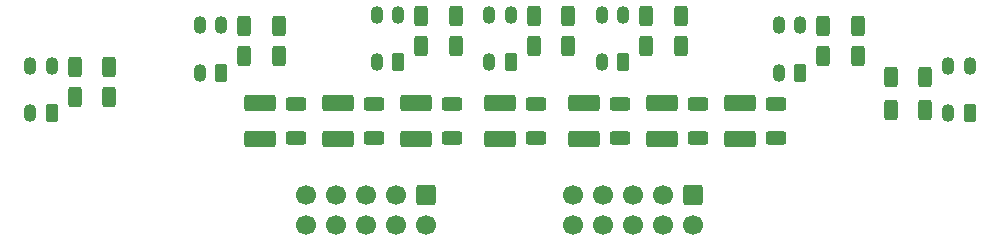
<source format=gts>
%TF.GenerationSoftware,KiCad,Pcbnew,7.0.2*%
%TF.CreationDate,2023-11-09T20:28:49+01:00*%
%TF.ProjectId,Sensors,53656e73-6f72-4732-9e6b-696361645f70,rev?*%
%TF.SameCoordinates,Original*%
%TF.FileFunction,Soldermask,Top*%
%TF.FilePolarity,Negative*%
%FSLAX46Y46*%
G04 Gerber Fmt 4.6, Leading zero omitted, Abs format (unit mm)*
G04 Created by KiCad (PCBNEW 7.0.2) date 2023-11-09 20:28:49*
%MOMM*%
%LPD*%
G01*
G04 APERTURE LIST*
G04 Aperture macros list*
%AMRoundRect*
0 Rectangle with rounded corners*
0 $1 Rounding radius*
0 $2 $3 $4 $5 $6 $7 $8 $9 X,Y pos of 4 corners*
0 Add a 4 corners polygon primitive as box body*
4,1,4,$2,$3,$4,$5,$6,$7,$8,$9,$2,$3,0*
0 Add four circle primitives for the rounded corners*
1,1,$1+$1,$2,$3*
1,1,$1+$1,$4,$5*
1,1,$1+$1,$6,$7*
1,1,$1+$1,$8,$9*
0 Add four rect primitives between the rounded corners*
20,1,$1+$1,$2,$3,$4,$5,0*
20,1,$1+$1,$4,$5,$6,$7,0*
20,1,$1+$1,$6,$7,$8,$9,0*
20,1,$1+$1,$8,$9,$2,$3,0*%
G04 Aperture macros list end*
%ADD10RoundRect,0.250000X-0.600000X0.600000X-0.600000X-0.600000X0.600000X-0.600000X0.600000X0.600000X0*%
%ADD11C,1.700000*%
%ADD12RoundRect,0.250000X0.312500X0.625000X-0.312500X0.625000X-0.312500X-0.625000X0.312500X-0.625000X0*%
%ADD13RoundRect,0.250000X-0.312500X-0.625000X0.312500X-0.625000X0.312500X0.625000X-0.312500X0.625000X0*%
%ADD14RoundRect,0.250001X1.074999X-0.462499X1.074999X0.462499X-1.074999X0.462499X-1.074999X-0.462499X0*%
%ADD15RoundRect,0.250000X-0.625000X0.312500X-0.625000X-0.312500X0.625000X-0.312500X0.625000X0.312500X0*%
%ADD16RoundRect,0.249700X0.300300X0.500300X-0.300300X0.500300X-0.300300X-0.500300X0.300300X-0.500300X0*%
%ADD17O,1.100000X1.500000*%
G04 APERTURE END LIST*
D10*
%TO.C,J2*%
X144145000Y-91123000D03*
D11*
X144145000Y-93663000D03*
X141605000Y-91123000D03*
X141605000Y-93663000D03*
X139065000Y-91123000D03*
X139065000Y-93663000D03*
X136525000Y-91123000D03*
X136525000Y-93663000D03*
X133985000Y-91123000D03*
X133985000Y-93663000D03*
%TD*%
%TO.C,J4*%
X156520000Y-93660000D03*
X156520000Y-91120000D03*
X159060000Y-93660000D03*
X159060000Y-91120000D03*
X161600000Y-93660000D03*
X161600000Y-91120000D03*
X164140000Y-93660000D03*
X164140000Y-91120000D03*
X166680000Y-93660000D03*
D10*
X166680000Y-91120000D03*
%TD*%
D12*
%TO.C,R6*%
X180659500Y-76835000D03*
X177734500Y-76835000D03*
%TD*%
D13*
%TO.C,R4*%
X162748500Y-78486000D03*
X165673500Y-78486000D03*
%TD*%
D14*
%TO.C,D6*%
X164084000Y-86323500D03*
X164084000Y-83348500D03*
%TD*%
%TO.C,D5*%
X157516500Y-86323500D03*
X157516500Y-83348500D03*
%TD*%
D13*
%TO.C,R11*%
X143698500Y-78486000D03*
X146623500Y-78486000D03*
%TD*%
%TO.C,R8*%
X177734500Y-79375000D03*
X180659500Y-79375000D03*
%TD*%
D14*
%TO.C,D4*%
X150368000Y-86323500D03*
X150368000Y-83348500D03*
%TD*%
D15*
%TO.C,R16*%
X139700000Y-83373500D03*
X139700000Y-86298500D03*
%TD*%
D13*
%TO.C,R7*%
X128712500Y-79375000D03*
X131637500Y-79375000D03*
%TD*%
D14*
%TO.C,D1*%
X130048000Y-86323500D03*
X130048000Y-83348500D03*
%TD*%
%TO.C,D7*%
X170688000Y-86323500D03*
X170688000Y-83348500D03*
%TD*%
D15*
%TO.C,R17*%
X146304000Y-83373500D03*
X146304000Y-86298500D03*
%TD*%
%TO.C,R18*%
X153416000Y-83373500D03*
X153416000Y-86298500D03*
%TD*%
D14*
%TO.C,D3*%
X143256000Y-86323500D03*
X143256000Y-83348500D03*
%TD*%
D13*
%TO.C,R14*%
X153223500Y-78486000D03*
X156148500Y-78486000D03*
%TD*%
D15*
%TO.C,R15*%
X133096000Y-83373500D03*
X133096000Y-86298500D03*
%TD*%
D12*
%TO.C,R2*%
X165673500Y-75946000D03*
X162748500Y-75946000D03*
%TD*%
D14*
%TO.C,D2*%
X136652000Y-86323500D03*
X136652000Y-83348500D03*
%TD*%
D13*
%TO.C,R3*%
X114361500Y-82804000D03*
X117286500Y-82804000D03*
%TD*%
D15*
%TO.C,R20*%
X167132000Y-83373500D03*
X167132000Y-86298500D03*
%TD*%
%TO.C,R19*%
X160528000Y-83373500D03*
X160528000Y-86298500D03*
%TD*%
D13*
%TO.C,R10*%
X183449500Y-81153000D03*
X186374500Y-81153000D03*
%TD*%
D12*
%TO.C,R13*%
X156148500Y-75946000D03*
X153223500Y-75946000D03*
%TD*%
%TO.C,R1*%
X117286500Y-80264000D03*
X114361500Y-80264000D03*
%TD*%
%TO.C,R9*%
X146623500Y-75946000D03*
X143698500Y-75946000D03*
%TD*%
D15*
%TO.C,R21*%
X173736000Y-83373500D03*
X173736000Y-86298500D03*
%TD*%
D12*
%TO.C,R12*%
X186374500Y-83947000D03*
X183449500Y-83947000D03*
%TD*%
%TO.C,R5*%
X131637500Y-76835000D03*
X128712500Y-76835000D03*
%TD*%
D16*
%TO.C,U4*%
X151268000Y-79851000D03*
D17*
X151268000Y-75851000D03*
X149468000Y-79851000D03*
X149468000Y-75851000D03*
%TD*%
D16*
%TO.C,U2*%
X126757000Y-80740000D03*
D17*
X126757000Y-76740000D03*
X124957000Y-80740000D03*
X124957000Y-76740000D03*
%TD*%
D16*
%TO.C,U7*%
X190130000Y-84169000D03*
D17*
X190130000Y-80169000D03*
X188330000Y-84169000D03*
X188330000Y-80169000D03*
%TD*%
D16*
%TO.C,U6*%
X175779000Y-80740000D03*
D17*
X175779000Y-76740000D03*
X173979000Y-80740000D03*
X173979000Y-76740000D03*
%TD*%
D16*
%TO.C,U1*%
X112406000Y-84169000D03*
D17*
X112406000Y-80169000D03*
X110606000Y-84169000D03*
X110606000Y-80169000D03*
%TD*%
D16*
%TO.C,U5*%
X160793000Y-79851000D03*
D17*
X160793000Y-75851000D03*
X158993000Y-79851000D03*
X158993000Y-75851000D03*
%TD*%
D16*
%TO.C,U3*%
X141743000Y-79851000D03*
D17*
X141743000Y-75851000D03*
X139943000Y-79851000D03*
X139943000Y-75851000D03*
%TD*%
M02*

</source>
